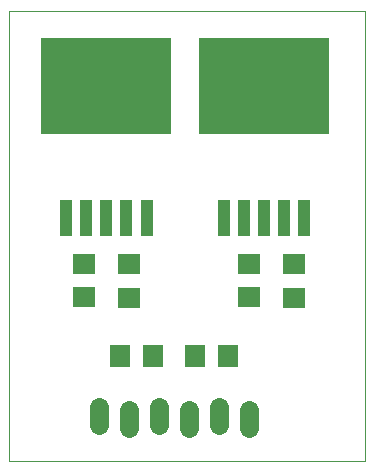
<source format=gts>
G75*
%MOIN*%
%OFA0B0*%
%FSLAX24Y24*%
%IPPOS*%
%LPD*%
%AMOC8*
5,1,8,0,0,1.08239X$1,22.5*
%
%ADD10C,0.0000*%
%ADD11R,0.0434X0.1221*%
%ADD12R,0.4371X0.3190*%
%ADD13R,0.0750X0.0670*%
%ADD14R,0.0670X0.0750*%
%ADD15R,0.0749X0.0670*%
%ADD16C,0.0640*%
D10*
X000220Y000100D02*
X000220Y015096D01*
X012090Y015096D01*
X012090Y000100D01*
X000220Y000100D01*
D11*
X002131Y008200D03*
X002801Y008200D03*
X003470Y008200D03*
X004139Y008200D03*
X004809Y008200D03*
X007381Y008200D03*
X008051Y008200D03*
X008720Y008200D03*
X009389Y008200D03*
X010059Y008200D03*
D12*
X008720Y012600D03*
X003470Y012600D03*
D13*
X004220Y006660D03*
X004220Y005540D03*
X009720Y005540D03*
X009720Y006660D03*
D14*
X007530Y003600D03*
X006410Y003600D03*
X005030Y003600D03*
X003910Y003600D03*
D15*
X002720Y005549D03*
X002720Y006651D03*
X008220Y006651D03*
X008220Y005549D03*
D16*
X007220Y001900D02*
X007220Y001300D01*
X006220Y001200D02*
X006220Y001800D01*
X005220Y001900D02*
X005220Y001300D01*
X004220Y001200D02*
X004220Y001800D01*
X003220Y001900D02*
X003220Y001300D01*
X008220Y001200D02*
X008220Y001800D01*
M02*

</source>
